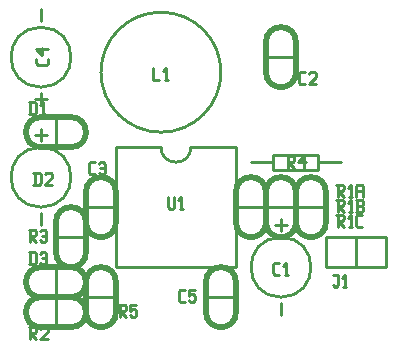
<source format=gbr>
G04 start of page 8 for group -4079 idx -4079 *
G04 Title: D3, topsilk *
G04 Creator: pcb 20100929 *
G04 CreationDate: 2012年01月16日 星期一 05时02分32秒 UTC *
G04 For: dword *
G04 Format: Gerber/RS-274X *
G04 PCB-Dimensions: 200000 200000 *
G04 PCB-Coordinate-Origin: lower left *
%MOIN*%
%FSLAX25Y25*%
%LNFRONTSILK*%
%ADD11C,0.0200*%
%ADD18C,0.0100*%
G54D18*X105000Y125000D02*X115000D01*
Y115000D01*
X105000Y125000D02*Y115000D01*
Y125000D02*X125000D01*
Y115000D01*
X105000D02*X125000D01*
X25000Y105000D02*X35000D01*
G54D11*X25000Y110000D02*Y100000D01*
X35000Y110000D02*Y100000D01*
Y110000D02*G75*G03X25000Y110000I-5000J0D01*G01*
Y100000D02*G75*G03X35000Y100000I5000J0D01*G01*
G54D18*X15000Y105000D02*Y95000D01*
G54D11*X10000D02*X20000D01*
X10000Y105000D02*X20000D01*
X10000D02*G75*G03X10000Y95000I0J-5000D01*G01*
X20000D02*G75*G03X20000Y105000I0J5000D01*G01*
X10000Y115000D02*X20000D01*
X10000Y105000D02*X20000D01*
G54D18*X15000Y115000D02*Y105000D01*
G54D11*X20000D02*G75*G03X20000Y115000I0J5000D01*G01*
X10000D02*G75*G03X10000Y105000I0J-5000D01*G01*
G54D18*X90000Y103000D02*Y99000D01*
X88000Y129000D02*X92000D01*
X90000Y131000D02*Y127000D01*
Y125000D02*G75*G03X90000Y125000I0J-10000D01*G01*
X65000Y105000D02*X75000D01*
G54D11*X65000Y110000D02*Y100000D01*
X75000Y110000D02*Y100000D01*
Y110000D02*G75*G03X65000Y110000I-5000J0D01*G01*
Y100000D02*G75*G03X75000Y100000I5000J0D01*G01*
G54D18*X10000Y201000D02*Y197000D01*
X8000Y171000D02*X12000D01*
X10000Y173000D02*Y169000D01*
Y175000D02*G75*G03X10000Y175000I0J10000D01*G01*
X30000Y180000D02*G75*G03X30000Y180000I20000J0D01*G01*
X85000Y185000D02*X95000D01*
G54D11*X85000Y190000D02*Y180000D01*
X95000Y190000D02*Y180000D01*
Y190000D02*G75*G03X85000Y190000I-5000J0D01*G01*
Y180000D02*G75*G03X95000Y180000I5000J0D01*G01*
G54D18*X10000Y133000D02*Y129000D01*
X8000Y159000D02*X12000D01*
X10000Y161000D02*Y157000D01*
Y155000D02*G75*G03X10000Y155000I0J-10000D01*G01*
G54D11*X20000D01*
X10000Y165000D02*X20000D01*
G54D18*X15000D02*Y155000D01*
G54D11*X10000Y165000D02*G75*G03X10000Y155000I0J-5000D01*G01*
X20000D02*G75*G03X20000Y165000I0J5000D01*G01*
G54D18*X25000Y135000D02*X35000D01*
G54D11*Y140000D02*Y130000D01*
X25000Y140000D02*Y130000D01*
G75*G03X35000Y130000I5000J0D01*G01*
Y140000D02*G75*G03X25000Y140000I-5000J0D01*G01*
Y130000D02*Y120000D01*
X15000Y130000D02*Y120000D01*
G54D18*Y125000D02*X25000D01*
G54D11*X15000Y120000D02*G75*G03X25000Y120000I5000J0D01*G01*
Y130000D02*G75*G03X15000Y130000I-5000J0D01*G01*
G54D18*X60000Y155000D02*X75000D01*
X35000D02*X50000D01*
X75000Y115000D02*Y155000D01*
X35000Y115000D02*X75000D01*
X35000Y155000D02*Y115000D01*
X50000Y155000D02*G75*G03X60000Y155000I5000J0D01*G01*
X95000Y135000D02*X105000D01*
G54D11*Y140000D02*Y130000D01*
X95000Y140000D02*Y130000D01*
G75*G03X105000Y130000I5000J0D01*G01*
Y140000D02*G75*G03X95000Y140000I-5000J0D01*G01*
G54D18*X85000Y135000D02*X95000D01*
G54D11*Y140000D02*Y130000D01*
X85000Y140000D02*Y130000D01*
G75*G03X95000Y130000I5000J0D01*G01*
Y140000D02*G75*G03X85000Y140000I-5000J0D01*G01*
G54D18*X75000Y135000D02*X85000D01*
G54D11*Y140000D02*Y130000D01*
X75000Y140000D02*Y130000D01*
G75*G03X85000Y130000I5000J0D01*G01*
Y140000D02*G75*G03X75000Y140000I-5000J0D01*G01*
G54D18*X87500Y147500D02*Y152500D01*
X102500Y147500D02*X87500D01*
X102500Y152500D02*Y147500D01*
X87500Y152500D02*X102500D01*
Y150000D02*X110000D01*
X80000D02*X87500D01*
X12500Y184500D02*Y183000D01*
X12000Y182500D02*X12500Y183000D01*
X9000Y182500D02*X12000D01*
X9000D02*X8500Y183000D01*
Y184500D02*Y183000D01*
X10500Y185701D02*X8500Y187701D01*
X10500Y188201D02*Y185701D01*
X8500Y187701D02*X12500D01*
X47500Y181500D02*Y177500D01*
X49500D01*
X51201D02*X52201D01*
X51701Y181500D02*Y177500D01*
X50701Y180500D02*X51701Y181500D01*
X6500Y170000D02*Y166000D01*
X8000Y170000D02*X8500Y169500D01*
Y166500D01*
X8000Y166000D02*X8500Y166500D01*
X6000Y166000D02*X8000D01*
X6000Y170000D02*X8000D01*
X10201Y166000D02*X11201D01*
X10701Y170000D02*Y166000D01*
X9701Y169000D02*X10701Y170000D01*
X6500Y120000D02*Y116000D01*
X8000Y120000D02*X8500Y119500D01*
Y116500D01*
X8000Y116000D02*X8500Y116500D01*
X6000Y116000D02*X8000D01*
X6000Y120000D02*X8000D01*
X9701Y119500D02*X10201Y120000D01*
X11201D01*
X11701Y119500D01*
Y116500D01*
X11201Y116000D02*X11701Y116500D01*
X10201Y116000D02*X11201D01*
X9701Y116500D02*X10201Y116000D01*
Y118000D02*X11701D01*
X8000Y146500D02*Y142500D01*
X9500Y146500D02*X10000Y146000D01*
Y143000D01*
X9500Y142500D02*X10000Y143000D01*
X7500Y142500D02*X9500D01*
X7500Y146500D02*X9500D01*
X11201Y146000D02*X11701Y146500D01*
X13201D01*
X13701Y146000D01*
Y145000D01*
X11201Y142500D02*X13701Y145000D01*
X11201Y142500D02*X13701D01*
X26500Y146000D02*X28000D01*
X26000Y146500D02*X26500Y146000D01*
X26000Y149500D02*Y146500D01*
Y149500D02*X26500Y150000D01*
X28000D01*
X29201Y149500D02*X29701Y150000D01*
X30701D01*
X31201Y149500D01*
Y146500D01*
X30701Y146000D02*X31201Y146500D01*
X29701Y146000D02*X30701D01*
X29201Y146500D02*X29701Y146000D01*
Y148000D02*X31201D01*
X6000Y127500D02*X8000D01*
X8500Y127000D01*
Y126000D01*
X8000Y125500D02*X8500Y126000D01*
X6500Y125500D02*X8000D01*
X6500Y127500D02*Y123500D01*
Y125500D02*X8500Y123500D01*
X9701Y127000D02*X10201Y127500D01*
X11201D01*
X11701Y127000D01*
Y124000D01*
X11201Y123500D02*X11701Y124000D01*
X10201Y123500D02*X11201D01*
X9701Y124000D02*X10201Y123500D01*
Y125500D02*X11701D01*
X36000Y102500D02*X38000D01*
X38500Y102000D01*
Y101000D01*
X38000Y100500D02*X38500Y101000D01*
X36500Y100500D02*X38000D01*
X36500Y102500D02*Y98500D01*
Y100500D02*X38500Y98500D01*
X39701Y102500D02*X41701D01*
X39701D02*Y100500D01*
X40201Y101000D01*
X41201D01*
X41701Y100500D01*
Y99000D01*
X41201Y98500D02*X41701Y99000D01*
X40201Y98500D02*X41201D01*
X39701Y99000D02*X40201Y98500D01*
X6000Y95000D02*X8000D01*
X8500Y94500D01*
Y93500D01*
X8000Y93000D02*X8500Y93500D01*
X6500Y93000D02*X8000D01*
X6500Y95000D02*Y91000D01*
Y93000D02*X8500Y91000D01*
X9701Y94500D02*X10201Y95000D01*
X11701D01*
X12201Y94500D01*
Y93500D01*
X9701Y91000D02*X12201Y93500D01*
X9701Y91000D02*X12201D01*
X88000Y112500D02*X89500D01*
X87500Y113000D02*X88000Y112500D01*
X87500Y116000D02*Y113000D01*
Y116000D02*X88000Y116500D01*
X89500D01*
X91201Y112500D02*X92201D01*
X91701Y116500D02*Y112500D01*
X90701Y115500D02*X91701Y116500D01*
X56500Y103500D02*X58000D01*
X56000Y104000D02*X56500Y103500D01*
X56000Y107000D02*Y104000D01*
Y107000D02*X56500Y107500D01*
X58000D01*
X59201D02*X61201D01*
X59201D02*Y105500D01*
X59701Y106000D01*
X60701D01*
X61201Y105500D01*
Y104000D01*
X60701Y103500D02*X61201Y104000D01*
X59701Y103500D02*X60701D01*
X59201Y104000D02*X59701Y103500D01*
X96500Y176000D02*X98000D01*
X96000Y176500D02*X96500Y176000D01*
X96000Y179500D02*Y176500D01*
Y179500D02*X96500Y180000D01*
X98000D01*
X99201Y179500D02*X99701Y180000D01*
X101201D01*
X101701Y179500D01*
Y178500D01*
X99201Y176000D02*X101701Y178500D01*
X99201Y176000D02*X101701D01*
X92000Y152000D02*X94000D01*
X94500Y151500D01*
Y150500D01*
X94000Y150000D02*X94500Y150500D01*
X92500Y150000D02*X94000D01*
X92500Y152000D02*Y148000D01*
Y150000D02*X94500Y148000D01*
X95701Y150000D02*X97701Y152000D01*
X95701Y150000D02*X98201D01*
X97701Y152000D02*Y148000D01*
X52500Y138500D02*Y135000D01*
X53000Y134500D01*
X54000D01*
X54500Y135000D01*
Y138500D02*Y135000D01*
X56201Y134500D02*X57201D01*
X56701Y138500D02*Y134500D01*
X55701Y137500D02*X56701Y138500D01*
X108500Y132500D02*X110500D01*
X111000Y132000D01*
Y131000D01*
X110500Y130500D02*X111000Y131000D01*
X109000Y130500D02*X110500D01*
X109000Y132500D02*Y128500D01*
Y130500D02*X111000Y128500D01*
X112701D02*X113701D01*
X113201Y132500D02*Y128500D01*
X112201Y131500D02*X113201Y132500D01*
X115402Y128500D02*X116902D01*
X114902Y129000D02*X115402Y128500D01*
X114902Y132000D02*Y129000D01*
Y132000D02*X115402Y132500D01*
X116902D01*
X108500Y137500D02*X110500D01*
X111000Y137000D01*
Y136000D01*
X110500Y135500D02*X111000Y136000D01*
X109000Y135500D02*X110500D01*
X109000Y137500D02*Y133500D01*
Y135500D02*X111000Y133500D01*
X112701D02*X113701D01*
X113201Y137500D02*Y133500D01*
X112201Y136500D02*X113201Y137500D01*
X114902Y133500D02*X116902D01*
X117402Y134000D01*
Y135000D02*Y134000D01*
X116902Y135500D02*X117402Y135000D01*
X115402Y135500D02*X116902D01*
X115402Y137500D02*Y133500D01*
X114902Y137500D02*X116902D01*
X117402Y137000D01*
Y136000D01*
X116902Y135500D02*X117402Y136000D01*
X108500Y142500D02*X110500D01*
X111000Y142000D01*
Y141000D01*
X110500Y140500D02*X111000Y141000D01*
X109000Y140500D02*X110500D01*
X109000Y142500D02*Y138500D01*
Y140500D02*X111000Y138500D01*
X112701D02*X113701D01*
X113201Y142500D02*Y138500D01*
X112201Y141500D02*X113201Y142500D01*
X114902Y142000D02*Y138500D01*
Y142000D02*X115402Y142500D01*
X116902D01*
X117402Y142000D01*
Y138500D01*
X114902Y140500D02*X117402D01*
X107500Y112500D02*X109000D01*
Y109000D01*
X108500Y108500D02*X109000Y109000D01*
X108000Y108500D02*X108500D01*
X107500Y109000D02*X108000Y108500D01*
X110701D02*X111701D01*
X111201Y112500D02*Y108500D01*
X110201Y111500D02*X111201Y112500D01*
M02*

</source>
